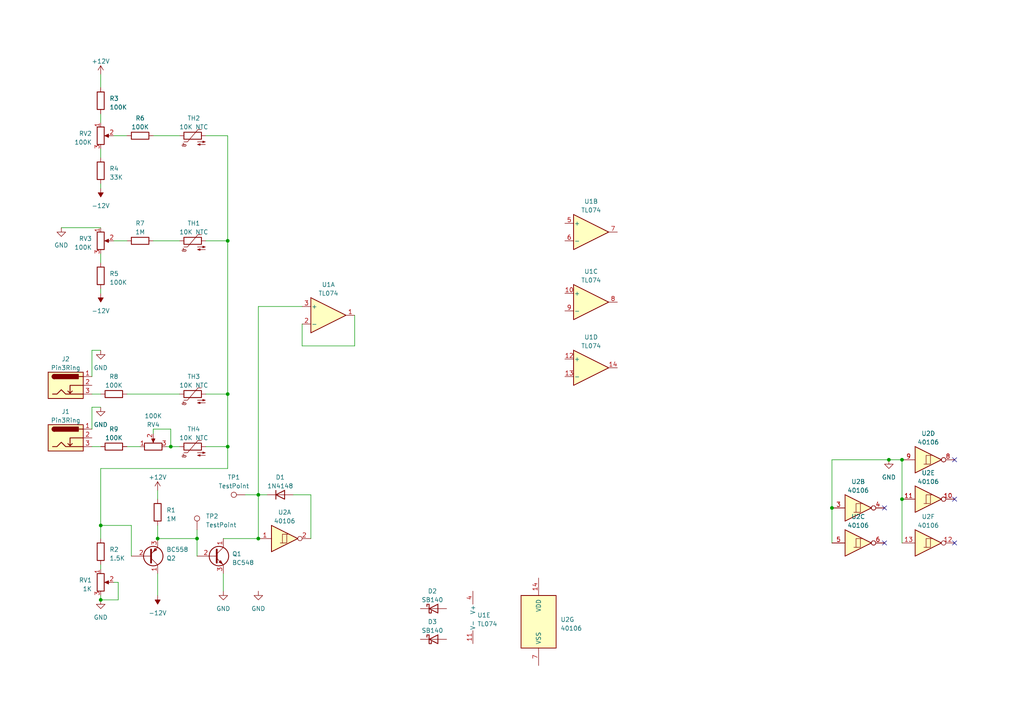
<source format=kicad_sch>
(kicad_sch (version 20230121) (generator eeschema)
  (paper "A4")
  (lib_symbols
    (symbol "4xxx:40106" (pin_names (offset 1.016))
      (property "Reference" "U" (at 0 1.27 0))
      (property "Value" "40106" (at 0 -1.27 0))
      (symbol "40106_1_0"
        (polyline (pts (xy -0.635 -1.27) (xy -0.635 1.27) (xy 0.635 1.27)))
        (polyline (pts (xy -3.81 3.81) (xy -3.81 -3.81) (xy 3.81 0) (xy -3.81 3.81)) (stroke (width 0.254)) (fill (type background)))
        (polyline (pts (xy -1.27 -1.27) (xy 0.635 -1.27) (xy 0.635 1.27) (xy 1.27 1.27)))
        (pin input line (at -7.62 0 0) (length 3.81) (name "~") (number "1"))
        (pin output inverted (at 7.62 0 180) (length 3.81) (name "~") (number "2"))
      )
      (symbol "40106_2_0"
        (polyline (pts (xy -0.635 -1.27) (xy -0.635 1.27) (xy 0.635 1.27)))
        (polyline (pts (xy -3.81 3.81) (xy -3.81 -3.81) (xy 3.81 0) (xy -3.81 3.81)) (stroke (width 0.254)) (fill (type background)))
        (polyline (pts (xy -1.27 -1.27) (xy 0.635 -1.27) (xy 0.635 1.27) (xy 1.27 1.27)))
        (pin input line (at -7.62 0 0) (length 3.81) (name "~") (number "3"))
        (pin output inverted (at 7.62 0 180) (length 3.81) (name "~") (number "4"))
      )
      (symbol "40106_3_0"
        (polyline (pts (xy -0.635 -1.27) (xy -0.635 1.27) (xy 0.635 1.27)))
        (polyline (pts (xy -3.81 3.81) (xy -3.81 -3.81) (xy 3.81 0) (xy -3.81 3.81)) (stroke (width 0.254)) (fill (type background)))
        (polyline (pts (xy -1.27 -1.27) (xy 0.635 -1.27) (xy 0.635 1.27) (xy 1.27 1.27)))
        (pin input line (at -7.62 0 0) (length 3.81) (name "~") (number "5"))
        (pin output inverted (at 7.62 0 180) (length 3.81) (name "~") (number "6"))
      )
      (symbol "40106_4_0"
        (polyline (pts (xy -0.635 -1.27) (xy -0.635 1.27) (xy 0.635 1.27)))
        (polyline (pts (xy -3.81 3.81) (xy -3.81 -3.81) (xy 3.81 0) (xy -3.81 3.81)) (stroke (width 0.254)) (fill (type background)))
        (polyline (pts (xy -1.27 -1.27) (xy 0.635 -1.27) (xy 0.635 1.27) (xy 1.27 1.27)))
        (pin output inverted (at 7.62 0 180) (length 3.81) (name "~") (number "8"))
        (pin input line (at -7.62 0 0) (length 3.81) (name "~") (number "9"))
      )
      (symbol "40106_5_0"
        (polyline (pts (xy -0.635 -1.27) (xy -0.635 1.27) (xy 0.635 1.27)))
        (polyline (pts (xy -3.81 3.81) (xy -3.81 -3.81) (xy 3.81 0) (xy -3.81 3.81)) (stroke (width 0.254)) (fill (type background)))
        (polyline (pts (xy -1.27 -1.27) (xy 0.635 -1.27) (xy 0.635 1.27) (xy 1.27 1.27)))
        (pin output inverted (at 7.62 0 180) (length 3.81) (name "~") (number "10"))
        (pin input line (at -7.62 0 0) (length 3.81) (name "~") (number "11"))
      )
      (symbol "40106_6_0"
        (polyline (pts (xy -0.635 -1.27) (xy -0.635 1.27) (xy 0.635 1.27)))
        (polyline (pts (xy -3.81 3.81) (xy -3.81 -3.81) (xy 3.81 0) (xy -3.81 3.81)) (stroke (width 0.254)) (fill (type background)))
        (polyline (pts (xy -1.27 -1.27) (xy 0.635 -1.27) (xy 0.635 1.27) (xy 1.27 1.27)))
        (pin output inverted (at 7.62 0 180) (length 3.81) (name "~") (number "12"))
        (pin input line (at -7.62 0 0) (length 3.81) (name "~") (number "13"))
      )
      (symbol "40106_7_0"
        (pin power_in line (at 0 12.7 270) (length 5.08) (name "VDD") (number "14"))
        (pin power_in line (at 0 -12.7 90) (length 5.08) (name "VSS") (number "7"))
      )
      (symbol "40106_7_1"
        (rectangle (start -5.08 7.62) (end 5.08 -7.62) (stroke (width 0.254)) (fill (type background)))
      )
    )
    (symbol "Amplifier_Operational:TL074" (pin_names (offset 0.127))
      (property "Reference" "U" (at 0 5.08 0))
      (property "Value" "TL074" (at 0 -5.08 0))
      (symbol "TL074_1_1"
        (polyline (pts (xy -5.08 5.08) (xy 5.08 0) (xy -5.08 -5.08) (xy -5.08 5.08)) (stroke (width 0.254)) (fill (type background)))
        (pin output line (at 7.62 0 180) (length 2.54) (name "~") (number "1"))
        (pin input line (at -7.62 -2.54 0) (length 2.54) (name "-") (number "2"))
        (pin input line (at -7.62 2.54 0) (length 2.54) (name "+") (number "3"))
      )
      (symbol "TL074_2_1"
        (polyline (pts (xy -5.08 5.08) (xy 5.08 0) (xy -5.08 -5.08) (xy -5.08 5.08)) (stroke (width 0.254)) (fill (type background)))
        (pin input line (at -7.62 2.54 0) (length 2.54) (name "+") (number "5"))
        (pin input line (at -7.62 -2.54 0) (length 2.54) (name "-") (number "6"))
        (pin output line (at 7.62 0 180) (length 2.54) (name "~") (number "7"))
      )
      (symbol "TL074_3_1"
        (polyline (pts (xy -5.08 5.08) (xy 5.08 0) (xy -5.08 -5.08) (xy -5.08 5.08)) (stroke (width 0.254)) (fill (type background)))
        (pin input line (at -7.62 2.54 0) (length 2.54) (name "+") (number "10"))
        (pin output line (at 7.62 0 180) (length 2.54) (name "~") (number "8"))
        (pin input line (at -7.62 -2.54 0) (length 2.54) (name "-") (number "9"))
      )
      (symbol "TL074_4_1"
        (polyline (pts (xy -5.08 5.08) (xy 5.08 0) (xy -5.08 -5.08) (xy -5.08 5.08)) (stroke (width 0.254)) (fill (type background)))
        (pin input line (at -7.62 2.54 0) (length 2.54) (name "+") (number "12"))
        (pin input line (at -7.62 -2.54 0) (length 2.54) (name "-") (number "13"))
        (pin output line (at 7.62 0 180) (length 2.54) (name "~") (number "14"))
      )
      (symbol "TL074_5_1"
        (pin power_in line (at -2.54 -7.62 90) (length 3.81) (name "V-") (number "11"))
        (pin power_in line (at -2.54 7.62 270) (length 3.81) (name "V+") (number "4"))
      )
    )
    (symbol "Connector:Barrel_Jack_Switch_Pin3Ring" (pin_names hide)
      (property "Reference" "J" (at 0 5.334 0))
      (property "Value" "Barrel_Jack_Switch_Pin3Ring" (at 0 -5.08 0))
      (symbol "Barrel_Jack_Switch_Pin3Ring_0_1"
        (rectangle (start -5.08 3.81) (end 5.08 -3.81) (stroke (width 0.254)) (fill (type background)))
        (arc (start -3.302 3.175) (mid -3.9343 2.54) (end -3.302 1.905) (stroke (width 0.254)))
        (arc (start -3.302 3.175) (mid -3.9343 2.54) (end -3.302 1.905) (stroke (width 0.254)) (fill (type outline)))
        (polyline (pts (xy 1.27 -2.286) (xy 1.905 -1.651)) (stroke (width 0.254)))
        (polyline (pts (xy 5.08 2.54) (xy 3.81 2.54)) (stroke (width 0.254)))
        (polyline (pts (xy 5.08 0) (xy 1.27 0) (xy 1.27 -2.286) (xy 0.635 -1.651)) (stroke (width 0.254)))
        (polyline (pts (xy -3.81 -2.54) (xy -2.54 -2.54) (xy -1.27 -1.27) (xy 0 -2.54) (xy 2.54 -2.54) (xy 5.08 -2.54)) (stroke (width 0.254)))
        (rectangle (start 3.683 3.175) (end -3.302 1.905) (stroke (width 0.254)) (fill (type outline)))
      )
      (symbol "Barrel_Jack_Switch_Pin3Ring_1_1"
        (pin passive line (at 7.62 2.54 180) (length 2.54) (name "~") (number "1"))
        (pin passive line (at 7.62 0 180) (length 2.54) (name "~") (number "2"))
        (pin passive line (at 7.62 -2.54 180) (length 2.54) (name "~") (number "3"))
      )
    )
    (symbol "Connector:TestPoint" (pin_numbers hide) (pin_names (offset 0.762) hide)
      (property "Reference" "TP" (at 0 6.858 0))
      (property "Value" "TestPoint" (at 0 5.08 0))
      (symbol "TestPoint_0_1"
        (circle (center 0 3.302) (radius 0.762))
      )
      (symbol "TestPoint_1_1"
        (pin passive line (at 0 0 90) (length 2.54) (name "1") (number "1"))
      )
    )
    (symbol "Device:R" (pin_numbers hide) (pin_names (offset 0))
      (property "Reference" "R" (at 2.032 0 90))
      (property "Value" "R" (at 0 0 90))
      (symbol "R_0_1"
        (rectangle (start -1.016 -2.54) (end 1.016 2.54) (stroke (width 0.254)))
      )
      (symbol "R_1_1"
        (pin passive line (at 0 3.81 270) (length 1.27) (name "~") (number "1"))
        (pin passive line (at 0 -3.81 90) (length 1.27) (name "~") (number "2"))
      )
    )
    (symbol "Device:R_Potentiometer" (pin_names (offset 1.016) hide)
      (property "Reference" "RV" (at -4.445 0 90))
      (property "Value" "R_Potentiometer" (at -2.54 0 90))
      (symbol "R_Potentiometer_0_1"
        (polyline (pts (xy 2.54 0) (xy 1.524 0)))
        (polyline (pts (xy 1.143 0) (xy 2.286 0.508) (xy 2.286 -0.508) (xy 1.143 0)) (fill (type outline)))
        (rectangle (start 1.016 2.54) (end -1.016 -2.54) (stroke (width 0.254)))
      )
      (symbol "R_Potentiometer_1_1"
        (pin passive line (at 0 3.81 270) (length 1.27) (name "1") (number "1"))
        (pin passive line (at 3.81 0 180) (length 1.27) (name "2") (number "2"))
        (pin passive line (at 0 -3.81 90) (length 1.27) (name "3") (number "3"))
      )
    )
    (symbol "Device:Thermistor_NTC" (pin_numbers hide) (pin_names (offset 0))
      (property "Reference" "TH" (at -4.445 0 90))
      (property "Value" "Thermistor_NTC" (at 3.175 0 90))
      (symbol "Thermistor_NTC_0_1"
        (arc (start -3.048 2.159) (mid -3.0495 2.3143) (end -3.175 2.413))
        (arc (start -3.048 2.159) (mid -2.9736 1.9794) (end -2.794 1.905))
        (arc (start -3.048 2.794) (mid -2.9736 2.6144) (end -2.794 2.54))
        (arc (start -2.794 1.905) (mid -2.6144 1.9794) (end -2.54 2.159))
        (arc (start -2.794 2.54) (mid -2.4393 2.5587) (end -2.159 2.794))
        (arc (start -2.794 3.048) (mid -2.9736 2.9736) (end -3.048 2.794))
        (arc (start -2.54 2.794) (mid -2.6144 2.9736) (end -2.794 3.048))
        (rectangle (start -1.016 2.54) (end 1.016 -2.54) (stroke (width 0.254)))
        (polyline (pts (xy -2.54 2.159) (xy -2.54 2.794)))
        (polyline (pts (xy -1.778 2.54) (xy -1.778 1.524) (xy 1.778 -1.524) (xy 1.778 -2.54)))
        (polyline (pts (xy -2.54 -3.683) (xy -2.54 -1.397) (xy -2.794 -2.159) (xy -2.286 -2.159) (xy -2.54 -1.397) (xy -2.54 -1.651)) (fill (type outline)))
        (polyline (pts (xy -1.778 -1.397) (xy -1.778 -3.683) (xy -2.032 -2.921) (xy -1.524 -2.921) (xy -1.778 -3.683) (xy -1.778 -3.429)) (fill (type outline)))
      )
      (symbol "Thermistor_NTC_1_1"
        (pin passive line (at 0 3.81 270) (length 1.27) (name "~") (number "1"))
        (pin passive line (at 0 -3.81 90) (length 1.27) (name "~") (number "2"))
      )
    )
    (symbol "Diode:1N4148" (pin_numbers hide) (pin_names hide)
      (property "Reference" "D" (at 0 2.54 0))
      (property "Value" "1N4148" (at 0 -2.54 0))
      (symbol "1N4148_0_1"
        (polyline (pts (xy -1.27 1.27) (xy -1.27 -1.27)) (stroke (width 0.254)))
        (polyline (pts (xy 1.27 0) (xy -1.27 0)))
        (polyline (pts (xy 1.27 1.27) (xy 1.27 -1.27) (xy -1.27 0) (xy 1.27 1.27)) (stroke (width 0.254)))
      )
      (symbol "1N4148_1_1"
        (pin passive line (at -3.81 0 0) (length 2.54) (name "K") (number "1"))
        (pin passive line (at 3.81 0 180) (length 2.54) (name "A") (number "2"))
      )
    )
    (symbol "Diode:SB140" (pin_numbers hide) (pin_names (offset 1.016) hide)
      (property "Reference" "D" (at 0 2.54 0))
      (property "Value" "SB140" (at 0 -2.54 0))
      (symbol "SB140_0_1"
        (polyline (pts (xy 1.27 0) (xy -1.27 0)))
        (polyline (pts (xy 1.27 1.27) (xy 1.27 -1.27) (xy -1.27 0) (xy 1.27 1.27)) (stroke (width 0.254)))
        (polyline (pts (xy -1.905 0.635) (xy -1.905 1.27) (xy -1.27 1.27) (xy -1.27 -1.27) (xy -0.635 -1.27) (xy -0.635 -0.635)) (stroke (width 0.254)))
      )
      (symbol "SB140_1_1"
        (pin passive line (at -3.81 0 0) (length 2.54) (name "K") (number "1"))
        (pin passive line (at 3.81 0 180) (length 2.54) (name "A") (number "2"))
      )
    )
    (symbol "GND_1" (power) (pin_numbers hide) (pin_names (offset 0) hide)
      (property "Value" "GND_1" (at 0 -3.81 0))
      (symbol "GND_1_0_1"
        (polyline (pts (xy 0 0) (xy 0 -1.27) (xy 1.27 -1.27) (xy 0 -2.54) (xy -1.27 -1.27) (xy 0 -1.27)))
      )
      (symbol "GND_1_1_1"
        (pin power_in line (at 0 0 270) (length 0) hide (name "GND") (number "1"))
      )
    )
    (symbol "GND_2" (power) (pin_numbers hide) (pin_names (offset 0) hide)
      (property "Value" "GND_2" (at 0 -3.81 0))
      (symbol "GND_2_0_1"
        (polyline (pts (xy 0 0) (xy 0 -1.27) (xy 1.27 -1.27) (xy 0 -2.54) (xy -1.27 -1.27) (xy 0 -1.27)))
      )
      (symbol "GND_2_1_1"
        (pin power_in line (at 0 0 270) (length 0) hide (name "GND") (number "1"))
      )
    )
    (symbol "GND_3" (power) (pin_numbers hide) (pin_names (offset 0) hide)
      (property "Value" "GND_3" (at 0 -3.81 0))
      (symbol "GND_3_0_1"
        (polyline (pts (xy 0 0) (xy 0 -1.27) (xy 1.27 -1.27) (xy 0 -2.54) (xy -1.27 -1.27) (xy 0 -1.27)))
      )
      (symbol "GND_3_1_1"
        (pin power_in line (at 0 0 270) (length 0) hide (name "GND") (number "1"))
      )
    )
    (symbol "GND_4" (power) (pin_numbers hide) (pin_names (offset 0) hide)
      (property "Value" "GND_4" (at 0 -3.81 0))
      (symbol "GND_4_0_1"
        (polyline (pts (xy 0 0) (xy 0 -1.27) (xy 1.27 -1.27) (xy 0 -2.54) (xy -1.27 -1.27) (xy 0 -1.27)))
      )
      (symbol "GND_4_1_1"
        (pin power_in line (at 0 0 270) (length 0) hide (name "GND") (number "1"))
      )
    )
    (symbol "GND_5" (power) (pin_numbers hide) (pin_names (offset 0) hide)
      (property "Value" "GND_5" (at 0 -3.81 0))
      (symbol "GND_5_0_1"
        (polyline (pts (xy 0 0) (xy 0 -1.27) (xy 1.27 -1.27) (xy 0 -2.54) (xy -1.27 -1.27) (xy 0 -1.27)))
      )
      (symbol "GND_5_1_1"
        (pin power_in line (at 0 0 270) (length 0) hide (name "GND") (number "1"))
      )
    )
    (symbol "Transistor_BJT:BC548" (pin_names (offset 0) hide)
      (property "Reference" "Q" (at 5.08 1.905 0))
      (property "Value" "BC548" (at 5.08 0 0))
      (symbol "BC548_0_1"
        (polyline (pts (xy 0 0) (xy 0.635 0)))
        (polyline (pts (xy 0.635 0.635) (xy 2.54 2.54)))
        (polyline (pts (xy 0.635 -0.635) (xy 2.54 -2.54) (xy 2.54 -2.54)))
        (polyline (pts (xy 0.635 1.905) (xy 0.635 -1.905) (xy 0.635 -1.905)) (stroke (width 0.508)))
        (polyline (pts (xy 1.27 -1.778) (xy 1.778 -1.27) (xy 2.286 -2.286) (xy 1.27 -1.778) (xy 1.27 -1.778)) (fill (type outline)))
        (circle (center 1.27 0) (radius 2.8194) (stroke (width 0.254)))
      )
      (symbol "BC548_1_1"
        (pin passive line (at 2.54 5.08 270) (length 2.54) (name "C") (number "1"))
        (pin input line (at -5.08 0 0) (length 5.08) (name "B") (number "2"))
        (pin passive line (at 2.54 -5.08 90) (length 2.54) (name "E") (number "3"))
      )
    )
    (symbol "Transistor_BJT:BC558" (pin_names (offset 0) hide)
      (property "Reference" "Q" (at 5.08 1.905 0))
      (property "Value" "BC558" (at 5.08 0 0))
      (symbol "BC558_0_1"
        (polyline (pts (xy 0.635 0.635) (xy 2.54 2.54)))
        (polyline (pts (xy 0.635 -0.635) (xy 2.54 -2.54) (xy 2.54 -2.54)))
        (polyline (pts (xy 0.635 1.905) (xy 0.635 -1.905) (xy 0.635 -1.905)) (stroke (width 0.508)))
        (polyline (pts (xy 2.286 -1.778) (xy 1.778 -2.286) (xy 1.27 -1.27) (xy 2.286 -1.778) (xy 2.286 -1.778)) (fill (type outline)))
        (circle (center 1.27 0) (radius 2.8194) (stroke (width 0.254)))
      )
      (symbol "BC558_1_1"
        (pin passive line (at 2.54 5.08 270) (length 2.54) (name "C") (number "1"))
        (pin input line (at -5.08 0 0) (length 5.715) (name "B") (number "2"))
        (pin passive line (at 2.54 -5.08 90) (length 2.54) (name "E") (number "3"))
      )
    )
    (symbol "power:+12V" (power) (pin_numbers hide) (pin_names (offset 0) hide)
      (property "Value" "+12V" (at 0 3.556 0))
      (symbol "+12V_0_1"
        (polyline (pts (xy -0.762 1.27) (xy 0 2.54)))
        (polyline (pts (xy 0 0) (xy 0 2.54)))
        (polyline (pts (xy 0 2.54) (xy 0.762 1.27)))
      )
      (symbol "+12V_1_1"
        (pin power_in line (at 0 0 90) (length 0) hide (name "+12V") (number "1"))
      )
    )
    (symbol "power:-12V" (power) (pin_numbers hide) (pin_names (offset 0) hide)
      (property "Value" "-12V" (at 0 3.81 0))
      (symbol "-12V_0_0"
        (pin power_in line (at 0 0 90) (length 0) hide (name "-12V") (number "1"))
      )
      (symbol "-12V_0_1"
        (polyline (pts (xy 0 0) (xy 0 1.27) (xy 0.762 1.27) (xy 0 2.54) (xy -0.762 1.27) (xy 0 1.27)) (fill (type outline)))
      )
    )
    (symbol "power:GND" (power) (pin_names (offset 0))
      (property "Value" "GND" (at 0 -3.81 0))
      (symbol "GND_0_1"
        (polyline (pts (xy 0 0) (xy 0 -1.27) (xy 1.27 -1.27) (xy 0 -2.54) (xy -1.27 -1.27) (xy 0 -1.27)))
      )
      (symbol "GND_1_1"
        (pin power_in line (at 0 0 270) (length 0) hide (name "GND") (number "1"))
      )
    )
  )
  (junction (at 66.04 114.3))
  (junction (at 74.93 143.51))
  (junction (at 74.93 156.21))
  (junction (at 29.21 152.4))
  (junction (at 66.04 69.85))
  (junction (at 57.15 156.21))
  (junction (at 261.62 133.35))
  (junction (at 261.62 144.78))
  (junction (at 66.04 129.54))
  (junction (at 241.3 147.32))
  (junction (at 29.21 173.99))
  (junction (at 257.81 133.35))
  (junction (at 45.72 156.21))
  (junction (at 49.53 129.54))
  (no_connect (at 276.86 133.35))
  (no_connect (at 256.54 157.48))
  (no_connect (at 256.54 147.32))
  (no_connect (at 276.86 144.78))
  (no_connect (at 276.86 157.48))
  (wire (pts (xy 66.04 39.37) (xy 66.04 69.85)))
  (wire (pts (xy 241.3 147.32) (xy 241.3 157.48)))
  (wire (pts (xy 49.53 129.54) (xy 52.07 129.54)))
  (wire (pts (xy 74.93 156.21) (xy 74.93 143.51)))
  (wire (pts (xy 29.21 152.4) (xy 29.21 156.21)))
  (wire (pts (xy 38.1 152.4) (xy 29.21 152.4)))
  (wire (pts (xy 57.15 153.67) (xy 57.15 156.21)))
  (wire (pts (xy 71.12 143.51) (xy 74.93 143.51)))
  (wire (pts (xy 64.77 156.21) (xy 74.93 156.21)))
  (wire (pts (xy 44.45 39.37) (xy 52.07 39.37)))
  (wire (pts (xy 85.09 143.51) (xy 90.17 143.51)))
  (wire (pts (xy 74.93 143.51) (xy 77.47 143.51)))
  (wire (pts (xy 38.1 161.29) (xy 38.1 152.4)))
  (wire (pts (xy 45.72 152.4) (xy 45.72 156.21)))
  (wire (pts (xy 48.26 129.54) (xy 49.53 129.54)))
  (wire (pts (xy 44.45 69.85) (xy 52.07 69.85)))
  (wire (pts (xy 102.87 91.44) (xy 102.87 100.33)))
  (wire (pts (xy 29.21 21.59) (xy 29.21 25.4)))
  (wire (pts (xy 26.67 114.3) (xy 29.21 114.3)))
  (wire (pts (xy 87.63 100.33) (xy 102.87 100.33)))
  (wire (pts (xy 66.04 135.89) (xy 29.21 135.89)))
  (wire (pts (xy 44.45 125.73) (xy 44.45 124.46)))
  (wire (pts (xy 241.3 147.32) (xy 241.3 133.35)))
  (wire (pts (xy 29.21 73.66) (xy 29.21 76.2)))
  (wire (pts (xy 59.69 69.85) (xy 66.04 69.85)))
  (wire (pts (xy 64.77 166.37) (xy 64.77 171.45)))
  (wire (pts (xy 29.21 135.89) (xy 29.21 152.4)))
  (wire (pts (xy 34.29 173.99) (xy 34.29 168.91)))
  (wire (pts (xy 36.83 129.54) (xy 40.64 129.54)))
  (wire (pts (xy 74.93 88.9) (xy 87.63 88.9)))
  (wire (pts (xy 261.62 144.78) (xy 261.62 157.48)))
  (wire (pts (xy 45.72 166.37) (xy 45.72 172.72)))
  (wire (pts (xy 44.45 124.46) (xy 49.53 124.46)))
  (wire (pts (xy 59.69 39.37) (xy 66.04 39.37)))
  (wire (pts (xy 59.69 114.3) (xy 66.04 114.3)))
  (wire (pts (xy 29.21 172.72) (xy 29.21 173.99)))
  (wire (pts (xy 26.67 129.54) (xy 29.21 129.54)))
  (wire (pts (xy 90.17 156.21) (xy 90.17 143.51)))
  (wire (pts (xy 26.67 109.22) (xy 26.67 101.6)))
  (wire (pts (xy 33.02 39.37) (xy 36.83 39.37)))
  (wire (pts (xy 26.67 101.6) (xy 29.21 101.6)))
  (wire (pts (xy 17.78 66.04) (xy 29.21 66.04)))
  (wire (pts (xy 66.04 114.3) (xy 66.04 129.54)))
  (wire (pts (xy 74.93 88.9) (xy 74.93 143.51)))
  (wire (pts (xy 45.72 142.24) (xy 45.72 144.78)))
  (wire (pts (xy 241.3 133.35) (xy 257.81 133.35)))
  (wire (pts (xy 29.21 83.82) (xy 29.21 85.09)))
  (wire (pts (xy 261.62 133.35) (xy 261.62 144.78)))
  (wire (pts (xy 33.02 69.85) (xy 36.83 69.85)))
  (wire (pts (xy 49.53 124.46) (xy 49.53 129.54)))
  (wire (pts (xy 45.72 156.21) (xy 57.15 156.21)))
  (wire (pts (xy 66.04 69.85) (xy 66.04 114.3)))
  (wire (pts (xy 29.21 43.18) (xy 29.21 45.72)))
  (wire (pts (xy 33.02 168.91) (xy 34.29 168.91)))
  (wire (pts (xy 59.69 129.54) (xy 66.04 129.54)))
  (wire (pts (xy 26.67 118.11) (xy 29.21 118.11)))
  (wire (pts (xy 29.21 173.99) (xy 34.29 173.99)))
  (wire (pts (xy 57.15 156.21) (xy 57.15 161.29)))
  (wire (pts (xy 66.04 129.54) (xy 66.04 135.89)))
  (wire (pts (xy 29.21 163.83) (xy 29.21 165.1)))
  (wire (pts (xy 26.67 124.46) (xy 26.67 118.11)))
  (wire (pts (xy 29.21 53.34) (xy 29.21 54.61)))
  (wire (pts (xy 87.63 93.98) (xy 87.63 100.33)))
  (wire (pts (xy 257.81 133.35) (xy 261.62 133.35)))
  (wire (pts (xy 29.21 33.02) (xy 29.21 35.56)))
  (wire (pts (xy 36.83 114.3) (xy 52.07 114.3)))
  (symbol (lib_id "Device:R") (at 33.02 129.54 90) (unit 1)
    (property "Reference" "R9" (at 33.02 124.46 90))
    (property "Value" "100K" (at 33.02 127 90))
  )
  (symbol (lib_id "Device:Thermistor_NTC") (at 55.88 129.54 90) (unit 1)
    (property "Reference" "TH4" (at 56.1975 124.46 90))
    (property "Value" "10K NTC" (at 56.1975 127 90))
  )
  (symbol (lib_id "Device:R_Potentiometer") (at 29.21 39.37 0) (unit 1)
    (property "Reference" "RV2" (at 26.67 38.735 0) (effects (justify right)))
    (property "Value" "100K" (at 26.67 41.275 0) (effects (justify right)))
  )
  (symbol (lib_id "Amplifier_Operational:TL074") (at 171.45 67.31 0) (unit 2)
    (property "Reference" "U1" (at 171.45 58.42 0))
    (property "Value" "TL074" (at 171.45 60.96 0))
    (property "Datasheet" "http://www.ti.com/lit/ds/symlink/tl071.pdf" (effects hide))
  )
  (symbol (lib_id "power:+12V") (at 45.72 142.24 0) (unit 1)
    (property "Reference" "#PWR04" (effects hide))
    (property "Value" "+12V" (at 45.72 138.43 0))
  )
  (symbol (lib_id "Transistor_BJT:BC558") (at 43.18 161.29 0) (mirror x) (unit 1)
    (property "Reference" "Q2" (at 48.26 161.925 0) (effects (justify left)))
    (property "Value" "BC558" (at 48.26 159.385 0) (effects (justify left)))
    (property "Footprint" "Package_TO_SOT_THT:TO-92_Inline" (effects hide))
    (property "Datasheet" "https://www.onsemi.com/pub/Collateral/BC556BTA-D.pdf" (effects hide))
  )
  (symbol (lib_name "GND_1") (lib_id "power:GND") (at 64.77 171.45 0) (unit 1)
    (property "Reference" "#PWR02" (effects hide))
    (property "Value" "GND" (at 64.77 176.53 0))
  )
  (symbol (lib_name "GND_2") (lib_id "power:GND") (at 29.21 173.99 0) (unit 1)
    (property "Reference" "#PWR06" (effects hide))
    (property "Value" "GND" (at 29.21 179.07 0))
  )
  (symbol (lib_id "4xxx:40106") (at 248.92 157.48 0) (unit 3)
    (property "Reference" "U2" (at 248.92 149.86 0))
    (property "Value" "40106" (at 248.92 152.4 0))
    (property "Datasheet" "https://assets.nexperia.com/documents/data-sheet/HEF40106B.pdf" (effects hide))
  )
  (symbol (lib_id "Diode:SB140") (at 125.73 185.42 0) (unit 1)
    (property "Reference" "D3" (at 125.4125 180.34 0))
    (property "Value" "SB140" (at 125.4125 182.88 0))
    (property "Footprint" "Diode_THT:D_DO-41_SOD81_P10.16mm_Horizontal" (effects hide))
    (property "Datasheet" "http://www.diodes.com/_files/datasheets/ds23022.pdf" (effects hide))
  )
  (symbol (lib_id "power:-12V") (at 29.21 85.09 180) (unit 1)
    (property "Reference" "#PWR08" (effects hide))
    (property "Value" "-12V" (at 29.21 90.17 0))
  )
  (symbol (lib_id "Amplifier_Operational:TL074") (at 95.25 91.44 0) (unit 1)
    (property "Reference" "U1" (at 95.25 82.55 0))
    (property "Value" "TL074" (at 95.25 85.09 0))
    (property "Datasheet" "http://www.ti.com/lit/ds/symlink/tl071.pdf" (effects hide))
  )
  (symbol (lib_id "Device:R") (at 29.21 49.53 0) (unit 1)
    (property "Reference" "R4" (at 31.75 48.895 0) (effects (justify left)))
    (property "Value" "33K" (at 31.75 51.435 0) (effects (justify left)))
  )
  (symbol (lib_id "Device:R") (at 40.64 69.85 90) (unit 1)
    (property "Reference" "R7" (at 40.64 64.77 90))
    (property "Value" "1M" (at 40.64 67.31 90))
  )
  (symbol (lib_id "4xxx:40106") (at 269.24 157.48 0) (unit 6)
    (property "Reference" "U2" (at 269.24 149.86 0))
    (property "Value" "40106" (at 269.24 152.4 0))
    (property "Datasheet" "https://assets.nexperia.com/documents/data-sheet/HEF40106B.pdf" (effects hide))
  )
  (symbol (lib_id "Device:R_Potentiometer") (at 29.21 69.85 0) (unit 1)
    (property "Reference" "RV3" (at 26.67 69.215 0) (effects (justify right)))
    (property "Value" "100K" (at 26.67 71.755 0) (effects (justify right)))
  )
  (symbol (lib_id "power:-12V") (at 29.21 54.61 180) (unit 1)
    (property "Reference" "#PWR09" (effects hide))
    (property "Value" "-12V" (at 29.21 59.69 0))
  )
  (symbol (lib_id "Device:R") (at 29.21 29.21 0) (unit 1)
    (property "Reference" "R3" (at 31.75 28.575 0) (effects (justify left)))
    (property "Value" "100K" (at 31.75 31.115 0) (effects (justify left)))
  )
  (symbol (lib_id "power:GND") (at 257.81 133.35 0) (unit 1)
    (property "Reference" "#PWR01" (effects hide))
    (property "Value" "GND" (at 257.81 138.43 0))
  )
  (symbol (lib_id "Device:Thermistor_NTC") (at 55.88 39.37 90) (unit 1)
    (property "Reference" "TH2" (at 56.1975 34.29 90))
    (property "Value" "10K NTC" (at 56.1975 36.83 90))
  )
  (symbol (lib_id "power:+12V") (at 29.21 21.59 0) (unit 1)
    (property "Reference" "#PWR07" (effects hide))
    (property "Value" "+12V" (at 29.21 17.78 0))
  )
  (symbol (lib_id "Device:R") (at 33.02 114.3 90) (unit 1)
    (property "Reference" "R8" (at 33.02 109.22 90))
    (property "Value" "100K" (at 33.02 111.76 90))
  )
  (symbol (lib_id "4xxx:40106") (at 156.21 180.34 0) (unit 7)
    (property "Reference" "U2" (at 162.56 179.705 0) (effects (justify left)))
    (property "Value" "40106" (at 162.56 182.245 0) (effects (justify left)))
    (property "Datasheet" "https://assets.nexperia.com/documents/data-sheet/HEF40106B.pdf" (effects hide))
  )
  (symbol (lib_id "Amplifier_Operational:TL074") (at 171.45 106.68 0) (unit 4)
    (property "Reference" "U1" (at 171.45 97.79 0))
    (property "Value" "TL074" (at 171.45 100.33 0))
    (property "Datasheet" "http://www.ti.com/lit/ds/symlink/tl071.pdf" (effects hide))
  )
  (symbol (lib_id "Device:Thermistor_NTC") (at 55.88 114.3 90) (unit 1)
    (property "Reference" "TH3" (at 56.1975 109.22 90))
    (property "Value" "10K NTC" (at 56.1975 111.76 90))
  )
  (symbol (lib_name "GND_5") (lib_id "power:GND") (at 29.21 118.11 0) (unit 1)
    (property "Reference" "#PWR011" (effects hide))
    (property "Value" "GND" (at 29.21 123.19 0))
  )
  (symbol (lib_name "GND_3") (lib_id "power:GND") (at 17.78 66.04 0) (unit 1)
    (property "Reference" "#PWR010" (effects hide))
    (property "Value" "GND" (at 17.78 71.12 0))
  )
  (symbol (lib_id "Diode:1N4148") (at 81.28 143.51 0) (unit 1)
    (property "Reference" "D1" (at 81.28 138.43 0))
    (property "Value" "1N4148" (at 81.28 140.97 0))
    (property "Footprint" "Diode_THT:D_DO-35_SOD27_P7.62mm_Horizontal" (effects hide))
    (property "Datasheet" "https://assets.nexperia.com/documents/data-sheet/1N4148_1N4448.pdf" (effects hide))
    (property "Sim.Device" "D" (effects hide))
    (property "Sim.Pins" "1=K 2=A" (effects hide))
  )
  (symbol (lib_id "Device:R") (at 40.64 39.37 90) (unit 1)
    (property "Reference" "R6" (at 40.64 34.29 90))
    (property "Value" "100K" (at 40.64 36.83 90))
  )
  (symbol (lib_id "4xxx:40106") (at 82.55 156.21 0) (unit 1)
    (property "Reference" "U2" (at 82.55 148.59 0))
    (property "Value" "40106" (at 82.55 151.13 0))
    (property "Datasheet" "https://assets.nexperia.com/documents/data-sheet/HEF40106B.pdf" (effects hide))
  )
  (symbol (lib_id "Device:R_Potentiometer") (at 29.21 168.91 0) (unit 1)
    (property "Reference" "RV1" (at 26.67 168.275 0) (effects (justify right)))
    (property "Value" "1K" (at 26.67 170.815 0) (effects (justify right)))
  )
  (symbol (lib_id "4xxx:40106") (at 269.24 144.78 0) (unit 5)
    (property "Reference" "U2" (at 269.24 137.16 0))
    (property "Value" "40106" (at 269.24 139.7 0))
    (property "Datasheet" "https://assets.nexperia.com/documents/data-sheet/HEF40106B.pdf" (effects hide))
  )
  (symbol (lib_id "Device:R") (at 29.21 80.01 0) (unit 1)
    (property "Reference" "R5" (at 31.75 79.375 0) (effects (justify left)))
    (property "Value" "100K" (at 31.75 81.915 0) (effects (justify left)))
  )
  (symbol (lib_name "GND_4") (lib_id "power:GND") (at 29.21 101.6 0) (unit 1)
    (property "Reference" "#PWR012" (effects hide))
    (property "Value" "GND" (at 29.21 106.68 0))
  )
  (symbol (lib_id "4xxx:40106") (at 269.24 133.35 0) (unit 4)
    (property "Reference" "U2" (at 269.24 125.73 0))
    (property "Value" "40106" (at 269.24 128.27 0))
    (property "Datasheet" "https://assets.nexperia.com/documents/data-sheet/HEF40106B.pdf" (effects hide))
  )
  (symbol (lib_id "Amplifier_Operational:TL074") (at 171.45 87.63 0) (unit 3)
    (property "Reference" "U1" (at 171.45 78.74 0))
    (property "Value" "TL074" (at 171.45 81.28 0))
    (property "Datasheet" "http://www.ti.com/lit/ds/symlink/tl071.pdf" (effects hide))
  )
  (symbol (lib_id "Device:Thermistor_NTC") (at 55.88 69.85 90) (unit 1)
    (property "Reference" "TH1" (at 56.1975 64.77 90))
    (property "Value" "10K NTC" (at 56.1975 67.31 90))
  )
  (symbol (lib_id "Connector:Barrel_Jack_Switch_Pin3Ring") (at 19.05 127 0) (unit 1)
    (property "Reference" "J1" (at 19.05 119.38 0))
    (property "Value" "Pin3Ring" (at 19.05 121.92 0))
  )
  (symbol (lib_name "GND_2") (lib_id "power:GND") (at 74.93 171.45 0) (unit 1)
    (property "Reference" "#PWR03" (effects hide))
    (property "Value" "GND" (at 74.93 176.53 0))
  )
  (symbol (lib_id "Device:R") (at 45.72 148.59 0) (unit 1)
    (property "Reference" "R1" (at 48.26 147.955 0) (effects (justify left)))
    (property "Value" "1M" (at 48.26 150.495 0) (effects (justify left)))
  )
  (symbol (lib_id "Connector:TestPoint") (at 71.12 143.51 90) (unit 1)
    (property "Reference" "TP1" (at 67.818 138.43 90))
    (property "Value" "TestPoint" (at 67.818 140.97 90))
  )
  (symbol (lib_id "Transistor_BJT:BC548") (at 62.23 161.29 0) (unit 1)
    (property "Reference" "Q1" (at 67.31 160.655 0) (effects (justify left)))
    (property "Value" "BC548" (at 67.31 163.195 0) (effects (justify left)))
    (property "Footprint" "Package_TO_SOT_THT:TO-92_Inline" (effects hide))
    (property "Datasheet" "https://www.onsemi.com/pub/Collateral/BC550-D.pdf" (effects hide))
  )
  (symbol (lib_id "Connector:Barrel_Jack_Switch_Pin3Ring") (at 19.05 111.76 0) (unit 1)
    (property "Reference" "J2" (at 19.05 104.14 0))
    (property "Value" "Pin3Ring" (at 19.05 106.68 0))
  )
  (symbol (lib_id "Connector:TestPoint") (at 57.15 153.67 0) (unit 1)
    (property "Reference" "TP2" (at 59.69 149.733 0) (effects (justify left)))
    (property "Value" "TestPoint" (at 59.69 152.273 0) (effects (justify left)))
  )
  (symbol (lib_id "Diode:SB140") (at 125.73 176.53 0) (unit 1)
    (property "Reference" "D2" (at 125.4125 171.45 0))
    (property "Value" "SB140" (at 125.4125 173.99 0))
    (property "Footprint" "Diode_THT:D_DO-41_SOD81_P10.16mm_Horizontal" (effects hide))
    (property "Datasheet" "http://www.diodes.com/_files/datasheets/ds23022.pdf" (effects hide))
  )
  (symbol (lib_id "power:-12V") (at 45.72 172.72 180) (unit 1)
    (property "Reference" "#PWR05" (effects hide))
    (property "Value" "-12V" (at 45.72 177.8 0))
  )
  (symbol (lib_id "Device:R_Potentiometer") (at 44.45 129.54 90) (unit 1)
    (property "Reference" "RV4" (at 44.45 123.19 90))
    (property "Value" "100K" (at 44.45 120.65 90))
  )
  (symbol (lib_id "Amplifier_Operational:TL074") (at 139.7 179.07 0) (unit 5)
    (property "Reference" "U1" (at 138.43 178.435 0) (effects (justify left)))
    (property "Value" "TL074" (at 138.43 180.975 0) (effects (justify left)))
    (property "Datasheet" "http://www.ti.com/lit/ds/symlink/tl071.pdf" (effects hide))
  )
  (symbol (lib_id "4xxx:40106") (at 248.92 147.32 0) (unit 2)
    (property "Reference" "U2" (at 248.92 139.7 0))
    (property "Value" "40106" (at 248.92 142.24 0))
    (property "Datasheet" "https://assets.nexperia.com/documents/data-sheet/HEF40106B.pdf" (effects hide))
  )
  (symbol (lib_id "Device:R") (at 29.21 160.02 0) (unit 1)
    (property "Reference" "R2" (at 31.75 159.385 0) (effects (justify left)))
    (property "Value" "1.5K" (at 31.75 161.925 0) (effects (justify left)))
  )
)
</source>
